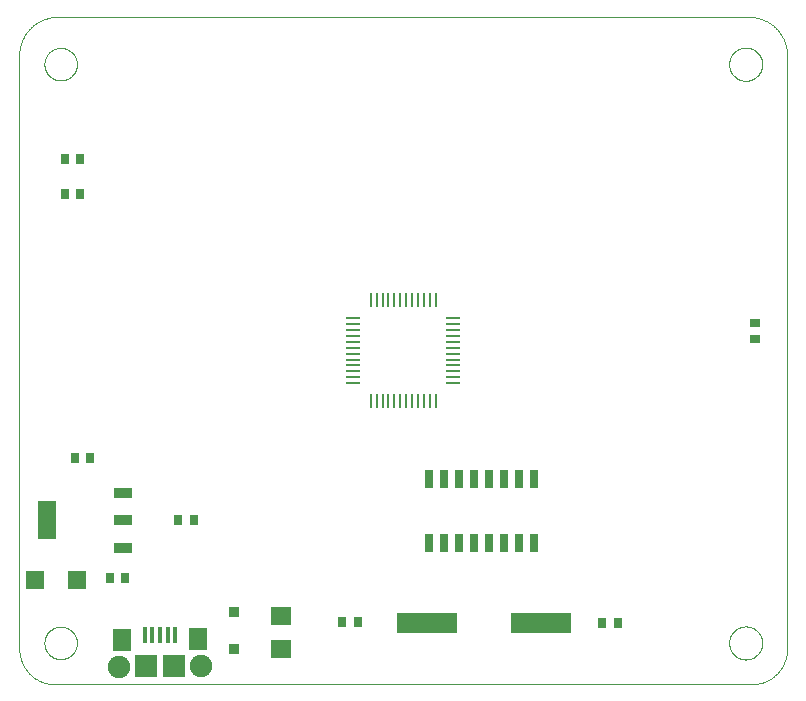
<source format=gtp>
G75*
%MOIN*%
%OFA0B0*%
%FSLAX25Y25*%
%IPPOS*%
%LPD*%
%AMOC8*
5,1,8,0,0,1.08239X$1,22.5*
%
%ADD10C,0.00000*%
%ADD11R,0.04500X0.01000*%
%ADD12R,0.01000X0.04500*%
%ADD13R,0.06400X0.03500*%
%ADD14R,0.06400X0.12500*%
%ADD15R,0.02756X0.03543*%
%ADD16R,0.01378X0.05512*%
%ADD17R,0.06087X0.07480*%
%ADD18R,0.07480X0.07480*%
%ADD19C,0.07480*%
%ADD20R,0.03543X0.02756*%
%ADD21R,0.07098X0.06299*%
%ADD22R,0.03740X0.03543*%
%ADD23R,0.02500X0.06000*%
%ADD24R,0.20000X0.07000*%
%ADD25R,0.05906X0.05906*%
D10*
X0017548Y0028572D02*
X0249831Y0028572D01*
X0250116Y0028575D01*
X0250402Y0028586D01*
X0250687Y0028603D01*
X0250971Y0028627D01*
X0251255Y0028658D01*
X0251538Y0028696D01*
X0251819Y0028741D01*
X0252100Y0028792D01*
X0252380Y0028850D01*
X0252658Y0028915D01*
X0252934Y0028987D01*
X0253208Y0029065D01*
X0253481Y0029150D01*
X0253751Y0029242D01*
X0254019Y0029340D01*
X0254285Y0029444D01*
X0254548Y0029555D01*
X0254808Y0029672D01*
X0255066Y0029795D01*
X0255320Y0029925D01*
X0255571Y0030061D01*
X0255819Y0030202D01*
X0256063Y0030350D01*
X0256304Y0030503D01*
X0256540Y0030663D01*
X0256773Y0030828D01*
X0257002Y0030998D01*
X0257227Y0031174D01*
X0257447Y0031356D01*
X0257663Y0031542D01*
X0257874Y0031734D01*
X0258081Y0031931D01*
X0258283Y0032133D01*
X0258480Y0032340D01*
X0258672Y0032551D01*
X0258858Y0032767D01*
X0259040Y0032987D01*
X0259216Y0033212D01*
X0259386Y0033441D01*
X0259551Y0033674D01*
X0259711Y0033910D01*
X0259864Y0034151D01*
X0260012Y0034395D01*
X0260153Y0034643D01*
X0260289Y0034894D01*
X0260419Y0035148D01*
X0260542Y0035406D01*
X0260659Y0035666D01*
X0260770Y0035929D01*
X0260874Y0036195D01*
X0260972Y0036463D01*
X0261064Y0036733D01*
X0261149Y0037006D01*
X0261227Y0037280D01*
X0261299Y0037556D01*
X0261364Y0037834D01*
X0261422Y0038114D01*
X0261473Y0038395D01*
X0261518Y0038676D01*
X0261556Y0038959D01*
X0261587Y0039243D01*
X0261611Y0039527D01*
X0261628Y0039812D01*
X0261639Y0040098D01*
X0261642Y0040383D01*
X0261643Y0040383D02*
X0261643Y0237233D01*
X0261642Y0237233D02*
X0261662Y0237542D01*
X0261675Y0237852D01*
X0261680Y0238162D01*
X0261677Y0238472D01*
X0261668Y0238782D01*
X0261650Y0239092D01*
X0261625Y0239401D01*
X0261593Y0239709D01*
X0261553Y0240017D01*
X0261506Y0240323D01*
X0261451Y0240629D01*
X0261389Y0240933D01*
X0261320Y0241235D01*
X0261244Y0241535D01*
X0261160Y0241834D01*
X0261069Y0242130D01*
X0260971Y0242425D01*
X0260865Y0242716D01*
X0260753Y0243005D01*
X0260634Y0243292D01*
X0260508Y0243575D01*
X0260375Y0243855D01*
X0260235Y0244132D01*
X0260089Y0244406D01*
X0259936Y0244675D01*
X0259777Y0244942D01*
X0259611Y0245204D01*
X0259439Y0245462D01*
X0259261Y0245716D01*
X0259077Y0245965D01*
X0258887Y0246210D01*
X0258691Y0246450D01*
X0258489Y0246686D01*
X0258281Y0246916D01*
X0258069Y0247142D01*
X0257850Y0247362D01*
X0257627Y0247577D01*
X0257398Y0247786D01*
X0257164Y0247990D01*
X0256926Y0248188D01*
X0256682Y0248380D01*
X0256434Y0248567D01*
X0256182Y0248747D01*
X0255925Y0248921D01*
X0255665Y0249089D01*
X0255400Y0249251D01*
X0255131Y0249406D01*
X0254859Y0249554D01*
X0254584Y0249696D01*
X0254305Y0249832D01*
X0254022Y0249960D01*
X0253737Y0250082D01*
X0253449Y0250197D01*
X0253158Y0250304D01*
X0252865Y0250405D01*
X0252569Y0250498D01*
X0252271Y0250585D01*
X0251971Y0250664D01*
X0251670Y0250736D01*
X0251366Y0250800D01*
X0251062Y0250857D01*
X0250755Y0250907D01*
X0250448Y0250950D01*
X0250140Y0250985D01*
X0249831Y0251012D01*
X0249831Y0251013D02*
X0017548Y0251013D01*
X0017548Y0251012D02*
X0017239Y0250985D01*
X0016931Y0250950D01*
X0016624Y0250907D01*
X0016317Y0250857D01*
X0016013Y0250800D01*
X0015709Y0250736D01*
X0015408Y0250664D01*
X0015108Y0250585D01*
X0014810Y0250498D01*
X0014514Y0250405D01*
X0014221Y0250304D01*
X0013930Y0250197D01*
X0013642Y0250082D01*
X0013357Y0249960D01*
X0013074Y0249832D01*
X0012795Y0249696D01*
X0012520Y0249554D01*
X0012248Y0249406D01*
X0011979Y0249251D01*
X0011714Y0249089D01*
X0011454Y0248921D01*
X0011197Y0248747D01*
X0010945Y0248567D01*
X0010697Y0248380D01*
X0010453Y0248188D01*
X0010215Y0247990D01*
X0009981Y0247786D01*
X0009752Y0247577D01*
X0009529Y0247362D01*
X0009310Y0247142D01*
X0009098Y0246916D01*
X0008890Y0246686D01*
X0008688Y0246450D01*
X0008492Y0246210D01*
X0008302Y0245965D01*
X0008118Y0245716D01*
X0007940Y0245462D01*
X0007768Y0245204D01*
X0007602Y0244942D01*
X0007443Y0244675D01*
X0007290Y0244406D01*
X0007144Y0244132D01*
X0007004Y0243855D01*
X0006871Y0243575D01*
X0006745Y0243292D01*
X0006626Y0243005D01*
X0006514Y0242716D01*
X0006408Y0242425D01*
X0006310Y0242130D01*
X0006219Y0241834D01*
X0006135Y0241535D01*
X0006059Y0241235D01*
X0005990Y0240933D01*
X0005928Y0240629D01*
X0005873Y0240323D01*
X0005826Y0240017D01*
X0005786Y0239709D01*
X0005754Y0239401D01*
X0005729Y0239092D01*
X0005711Y0238782D01*
X0005702Y0238472D01*
X0005699Y0238162D01*
X0005704Y0237852D01*
X0005717Y0237542D01*
X0005737Y0237233D01*
X0005737Y0040383D01*
X0005740Y0040098D01*
X0005751Y0039812D01*
X0005768Y0039527D01*
X0005792Y0039243D01*
X0005823Y0038959D01*
X0005861Y0038676D01*
X0005906Y0038395D01*
X0005957Y0038114D01*
X0006015Y0037834D01*
X0006080Y0037556D01*
X0006152Y0037280D01*
X0006230Y0037006D01*
X0006315Y0036733D01*
X0006407Y0036463D01*
X0006505Y0036195D01*
X0006609Y0035929D01*
X0006720Y0035666D01*
X0006837Y0035406D01*
X0006960Y0035148D01*
X0007090Y0034894D01*
X0007226Y0034643D01*
X0007367Y0034395D01*
X0007515Y0034151D01*
X0007668Y0033910D01*
X0007828Y0033674D01*
X0007993Y0033441D01*
X0008163Y0033212D01*
X0008339Y0032987D01*
X0008521Y0032767D01*
X0008707Y0032551D01*
X0008899Y0032340D01*
X0009096Y0032133D01*
X0009298Y0031931D01*
X0009505Y0031734D01*
X0009716Y0031542D01*
X0009932Y0031356D01*
X0010152Y0031174D01*
X0010377Y0030998D01*
X0010606Y0030828D01*
X0010839Y0030663D01*
X0011075Y0030503D01*
X0011316Y0030350D01*
X0011560Y0030202D01*
X0011808Y0030061D01*
X0012059Y0029925D01*
X0012313Y0029795D01*
X0012571Y0029672D01*
X0012831Y0029555D01*
X0013094Y0029444D01*
X0013360Y0029340D01*
X0013628Y0029242D01*
X0013898Y0029150D01*
X0014171Y0029065D01*
X0014445Y0028987D01*
X0014721Y0028915D01*
X0014999Y0028850D01*
X0015279Y0028792D01*
X0015560Y0028741D01*
X0015841Y0028696D01*
X0016124Y0028658D01*
X0016408Y0028627D01*
X0016692Y0028603D01*
X0016977Y0028586D01*
X0017263Y0028575D01*
X0017548Y0028572D01*
X0014104Y0042351D02*
X0014106Y0042498D01*
X0014112Y0042644D01*
X0014122Y0042790D01*
X0014136Y0042936D01*
X0014154Y0043082D01*
X0014175Y0043227D01*
X0014201Y0043371D01*
X0014231Y0043515D01*
X0014264Y0043657D01*
X0014301Y0043799D01*
X0014342Y0043940D01*
X0014387Y0044079D01*
X0014436Y0044218D01*
X0014488Y0044355D01*
X0014545Y0044490D01*
X0014604Y0044624D01*
X0014668Y0044756D01*
X0014735Y0044886D01*
X0014805Y0045015D01*
X0014879Y0045142D01*
X0014956Y0045266D01*
X0015037Y0045389D01*
X0015121Y0045509D01*
X0015208Y0045627D01*
X0015298Y0045742D01*
X0015391Y0045855D01*
X0015488Y0045966D01*
X0015587Y0046074D01*
X0015689Y0046179D01*
X0015794Y0046281D01*
X0015902Y0046380D01*
X0016013Y0046477D01*
X0016126Y0046570D01*
X0016241Y0046660D01*
X0016359Y0046747D01*
X0016479Y0046831D01*
X0016602Y0046912D01*
X0016726Y0046989D01*
X0016853Y0047063D01*
X0016982Y0047133D01*
X0017112Y0047200D01*
X0017244Y0047264D01*
X0017378Y0047323D01*
X0017513Y0047380D01*
X0017650Y0047432D01*
X0017789Y0047481D01*
X0017928Y0047526D01*
X0018069Y0047567D01*
X0018211Y0047604D01*
X0018353Y0047637D01*
X0018497Y0047667D01*
X0018641Y0047693D01*
X0018786Y0047714D01*
X0018932Y0047732D01*
X0019078Y0047746D01*
X0019224Y0047756D01*
X0019370Y0047762D01*
X0019517Y0047764D01*
X0019664Y0047762D01*
X0019810Y0047756D01*
X0019956Y0047746D01*
X0020102Y0047732D01*
X0020248Y0047714D01*
X0020393Y0047693D01*
X0020537Y0047667D01*
X0020681Y0047637D01*
X0020823Y0047604D01*
X0020965Y0047567D01*
X0021106Y0047526D01*
X0021245Y0047481D01*
X0021384Y0047432D01*
X0021521Y0047380D01*
X0021656Y0047323D01*
X0021790Y0047264D01*
X0021922Y0047200D01*
X0022052Y0047133D01*
X0022181Y0047063D01*
X0022308Y0046989D01*
X0022432Y0046912D01*
X0022555Y0046831D01*
X0022675Y0046747D01*
X0022793Y0046660D01*
X0022908Y0046570D01*
X0023021Y0046477D01*
X0023132Y0046380D01*
X0023240Y0046281D01*
X0023345Y0046179D01*
X0023447Y0046074D01*
X0023546Y0045966D01*
X0023643Y0045855D01*
X0023736Y0045742D01*
X0023826Y0045627D01*
X0023913Y0045509D01*
X0023997Y0045389D01*
X0024078Y0045266D01*
X0024155Y0045142D01*
X0024229Y0045015D01*
X0024299Y0044886D01*
X0024366Y0044756D01*
X0024430Y0044624D01*
X0024489Y0044490D01*
X0024546Y0044355D01*
X0024598Y0044218D01*
X0024647Y0044079D01*
X0024692Y0043940D01*
X0024733Y0043799D01*
X0024770Y0043657D01*
X0024803Y0043515D01*
X0024833Y0043371D01*
X0024859Y0043227D01*
X0024880Y0043082D01*
X0024898Y0042936D01*
X0024912Y0042790D01*
X0024922Y0042644D01*
X0024928Y0042498D01*
X0024930Y0042351D01*
X0024928Y0042204D01*
X0024922Y0042058D01*
X0024912Y0041912D01*
X0024898Y0041766D01*
X0024880Y0041620D01*
X0024859Y0041475D01*
X0024833Y0041331D01*
X0024803Y0041187D01*
X0024770Y0041045D01*
X0024733Y0040903D01*
X0024692Y0040762D01*
X0024647Y0040623D01*
X0024598Y0040484D01*
X0024546Y0040347D01*
X0024489Y0040212D01*
X0024430Y0040078D01*
X0024366Y0039946D01*
X0024299Y0039816D01*
X0024229Y0039687D01*
X0024155Y0039560D01*
X0024078Y0039436D01*
X0023997Y0039313D01*
X0023913Y0039193D01*
X0023826Y0039075D01*
X0023736Y0038960D01*
X0023643Y0038847D01*
X0023546Y0038736D01*
X0023447Y0038628D01*
X0023345Y0038523D01*
X0023240Y0038421D01*
X0023132Y0038322D01*
X0023021Y0038225D01*
X0022908Y0038132D01*
X0022793Y0038042D01*
X0022675Y0037955D01*
X0022555Y0037871D01*
X0022432Y0037790D01*
X0022308Y0037713D01*
X0022181Y0037639D01*
X0022052Y0037569D01*
X0021922Y0037502D01*
X0021790Y0037438D01*
X0021656Y0037379D01*
X0021521Y0037322D01*
X0021384Y0037270D01*
X0021245Y0037221D01*
X0021106Y0037176D01*
X0020965Y0037135D01*
X0020823Y0037098D01*
X0020681Y0037065D01*
X0020537Y0037035D01*
X0020393Y0037009D01*
X0020248Y0036988D01*
X0020102Y0036970D01*
X0019956Y0036956D01*
X0019810Y0036946D01*
X0019664Y0036940D01*
X0019517Y0036938D01*
X0019370Y0036940D01*
X0019224Y0036946D01*
X0019078Y0036956D01*
X0018932Y0036970D01*
X0018786Y0036988D01*
X0018641Y0037009D01*
X0018497Y0037035D01*
X0018353Y0037065D01*
X0018211Y0037098D01*
X0018069Y0037135D01*
X0017928Y0037176D01*
X0017789Y0037221D01*
X0017650Y0037270D01*
X0017513Y0037322D01*
X0017378Y0037379D01*
X0017244Y0037438D01*
X0017112Y0037502D01*
X0016982Y0037569D01*
X0016853Y0037639D01*
X0016726Y0037713D01*
X0016602Y0037790D01*
X0016479Y0037871D01*
X0016359Y0037955D01*
X0016241Y0038042D01*
X0016126Y0038132D01*
X0016013Y0038225D01*
X0015902Y0038322D01*
X0015794Y0038421D01*
X0015689Y0038523D01*
X0015587Y0038628D01*
X0015488Y0038736D01*
X0015391Y0038847D01*
X0015298Y0038960D01*
X0015208Y0039075D01*
X0015121Y0039193D01*
X0015037Y0039313D01*
X0014956Y0039436D01*
X0014879Y0039560D01*
X0014805Y0039687D01*
X0014735Y0039816D01*
X0014668Y0039946D01*
X0014604Y0040078D01*
X0014545Y0040212D01*
X0014488Y0040347D01*
X0014436Y0040484D01*
X0014387Y0040623D01*
X0014342Y0040762D01*
X0014301Y0040903D01*
X0014264Y0041045D01*
X0014231Y0041187D01*
X0014201Y0041331D01*
X0014175Y0041475D01*
X0014154Y0041620D01*
X0014136Y0041766D01*
X0014122Y0041912D01*
X0014112Y0042058D01*
X0014106Y0042204D01*
X0014104Y0042351D01*
X0014104Y0235265D02*
X0014106Y0235412D01*
X0014112Y0235558D01*
X0014122Y0235704D01*
X0014136Y0235850D01*
X0014154Y0235996D01*
X0014175Y0236141D01*
X0014201Y0236285D01*
X0014231Y0236429D01*
X0014264Y0236571D01*
X0014301Y0236713D01*
X0014342Y0236854D01*
X0014387Y0236993D01*
X0014436Y0237132D01*
X0014488Y0237269D01*
X0014545Y0237404D01*
X0014604Y0237538D01*
X0014668Y0237670D01*
X0014735Y0237800D01*
X0014805Y0237929D01*
X0014879Y0238056D01*
X0014956Y0238180D01*
X0015037Y0238303D01*
X0015121Y0238423D01*
X0015208Y0238541D01*
X0015298Y0238656D01*
X0015391Y0238769D01*
X0015488Y0238880D01*
X0015587Y0238988D01*
X0015689Y0239093D01*
X0015794Y0239195D01*
X0015902Y0239294D01*
X0016013Y0239391D01*
X0016126Y0239484D01*
X0016241Y0239574D01*
X0016359Y0239661D01*
X0016479Y0239745D01*
X0016602Y0239826D01*
X0016726Y0239903D01*
X0016853Y0239977D01*
X0016982Y0240047D01*
X0017112Y0240114D01*
X0017244Y0240178D01*
X0017378Y0240237D01*
X0017513Y0240294D01*
X0017650Y0240346D01*
X0017789Y0240395D01*
X0017928Y0240440D01*
X0018069Y0240481D01*
X0018211Y0240518D01*
X0018353Y0240551D01*
X0018497Y0240581D01*
X0018641Y0240607D01*
X0018786Y0240628D01*
X0018932Y0240646D01*
X0019078Y0240660D01*
X0019224Y0240670D01*
X0019370Y0240676D01*
X0019517Y0240678D01*
X0019664Y0240676D01*
X0019810Y0240670D01*
X0019956Y0240660D01*
X0020102Y0240646D01*
X0020248Y0240628D01*
X0020393Y0240607D01*
X0020537Y0240581D01*
X0020681Y0240551D01*
X0020823Y0240518D01*
X0020965Y0240481D01*
X0021106Y0240440D01*
X0021245Y0240395D01*
X0021384Y0240346D01*
X0021521Y0240294D01*
X0021656Y0240237D01*
X0021790Y0240178D01*
X0021922Y0240114D01*
X0022052Y0240047D01*
X0022181Y0239977D01*
X0022308Y0239903D01*
X0022432Y0239826D01*
X0022555Y0239745D01*
X0022675Y0239661D01*
X0022793Y0239574D01*
X0022908Y0239484D01*
X0023021Y0239391D01*
X0023132Y0239294D01*
X0023240Y0239195D01*
X0023345Y0239093D01*
X0023447Y0238988D01*
X0023546Y0238880D01*
X0023643Y0238769D01*
X0023736Y0238656D01*
X0023826Y0238541D01*
X0023913Y0238423D01*
X0023997Y0238303D01*
X0024078Y0238180D01*
X0024155Y0238056D01*
X0024229Y0237929D01*
X0024299Y0237800D01*
X0024366Y0237670D01*
X0024430Y0237538D01*
X0024489Y0237404D01*
X0024546Y0237269D01*
X0024598Y0237132D01*
X0024647Y0236993D01*
X0024692Y0236854D01*
X0024733Y0236713D01*
X0024770Y0236571D01*
X0024803Y0236429D01*
X0024833Y0236285D01*
X0024859Y0236141D01*
X0024880Y0235996D01*
X0024898Y0235850D01*
X0024912Y0235704D01*
X0024922Y0235558D01*
X0024928Y0235412D01*
X0024930Y0235265D01*
X0024928Y0235118D01*
X0024922Y0234972D01*
X0024912Y0234826D01*
X0024898Y0234680D01*
X0024880Y0234534D01*
X0024859Y0234389D01*
X0024833Y0234245D01*
X0024803Y0234101D01*
X0024770Y0233959D01*
X0024733Y0233817D01*
X0024692Y0233676D01*
X0024647Y0233537D01*
X0024598Y0233398D01*
X0024546Y0233261D01*
X0024489Y0233126D01*
X0024430Y0232992D01*
X0024366Y0232860D01*
X0024299Y0232730D01*
X0024229Y0232601D01*
X0024155Y0232474D01*
X0024078Y0232350D01*
X0023997Y0232227D01*
X0023913Y0232107D01*
X0023826Y0231989D01*
X0023736Y0231874D01*
X0023643Y0231761D01*
X0023546Y0231650D01*
X0023447Y0231542D01*
X0023345Y0231437D01*
X0023240Y0231335D01*
X0023132Y0231236D01*
X0023021Y0231139D01*
X0022908Y0231046D01*
X0022793Y0230956D01*
X0022675Y0230869D01*
X0022555Y0230785D01*
X0022432Y0230704D01*
X0022308Y0230627D01*
X0022181Y0230553D01*
X0022052Y0230483D01*
X0021922Y0230416D01*
X0021790Y0230352D01*
X0021656Y0230293D01*
X0021521Y0230236D01*
X0021384Y0230184D01*
X0021245Y0230135D01*
X0021106Y0230090D01*
X0020965Y0230049D01*
X0020823Y0230012D01*
X0020681Y0229979D01*
X0020537Y0229949D01*
X0020393Y0229923D01*
X0020248Y0229902D01*
X0020102Y0229884D01*
X0019956Y0229870D01*
X0019810Y0229860D01*
X0019664Y0229854D01*
X0019517Y0229852D01*
X0019370Y0229854D01*
X0019224Y0229860D01*
X0019078Y0229870D01*
X0018932Y0229884D01*
X0018786Y0229902D01*
X0018641Y0229923D01*
X0018497Y0229949D01*
X0018353Y0229979D01*
X0018211Y0230012D01*
X0018069Y0230049D01*
X0017928Y0230090D01*
X0017789Y0230135D01*
X0017650Y0230184D01*
X0017513Y0230236D01*
X0017378Y0230293D01*
X0017244Y0230352D01*
X0017112Y0230416D01*
X0016982Y0230483D01*
X0016853Y0230553D01*
X0016726Y0230627D01*
X0016602Y0230704D01*
X0016479Y0230785D01*
X0016359Y0230869D01*
X0016241Y0230956D01*
X0016126Y0231046D01*
X0016013Y0231139D01*
X0015902Y0231236D01*
X0015794Y0231335D01*
X0015689Y0231437D01*
X0015587Y0231542D01*
X0015488Y0231650D01*
X0015391Y0231761D01*
X0015298Y0231874D01*
X0015208Y0231989D01*
X0015121Y0232107D01*
X0015037Y0232227D01*
X0014956Y0232350D01*
X0014879Y0232474D01*
X0014805Y0232601D01*
X0014735Y0232730D01*
X0014668Y0232860D01*
X0014604Y0232992D01*
X0014545Y0233126D01*
X0014488Y0233261D01*
X0014436Y0233398D01*
X0014387Y0233537D01*
X0014342Y0233676D01*
X0014301Y0233817D01*
X0014264Y0233959D01*
X0014231Y0234101D01*
X0014201Y0234245D01*
X0014175Y0234389D01*
X0014154Y0234534D01*
X0014136Y0234680D01*
X0014122Y0234826D01*
X0014112Y0234972D01*
X0014106Y0235118D01*
X0014104Y0235265D01*
X0242351Y0235265D02*
X0242353Y0235413D01*
X0242359Y0235561D01*
X0242369Y0235709D01*
X0242383Y0235856D01*
X0242401Y0236003D01*
X0242422Y0236149D01*
X0242448Y0236295D01*
X0242478Y0236440D01*
X0242511Y0236584D01*
X0242549Y0236727D01*
X0242590Y0236869D01*
X0242635Y0237010D01*
X0242683Y0237150D01*
X0242736Y0237289D01*
X0242792Y0237426D01*
X0242852Y0237561D01*
X0242915Y0237695D01*
X0242982Y0237827D01*
X0243053Y0237957D01*
X0243127Y0238085D01*
X0243204Y0238211D01*
X0243285Y0238335D01*
X0243369Y0238457D01*
X0243456Y0238576D01*
X0243547Y0238693D01*
X0243641Y0238808D01*
X0243737Y0238920D01*
X0243837Y0239030D01*
X0243939Y0239136D01*
X0244045Y0239240D01*
X0244153Y0239341D01*
X0244264Y0239439D01*
X0244377Y0239535D01*
X0244493Y0239627D01*
X0244611Y0239716D01*
X0244732Y0239801D01*
X0244855Y0239884D01*
X0244980Y0239963D01*
X0245107Y0240039D01*
X0245236Y0240111D01*
X0245367Y0240180D01*
X0245500Y0240245D01*
X0245635Y0240306D01*
X0245771Y0240364D01*
X0245908Y0240419D01*
X0246047Y0240469D01*
X0246188Y0240516D01*
X0246329Y0240559D01*
X0246472Y0240599D01*
X0246616Y0240634D01*
X0246760Y0240666D01*
X0246906Y0240693D01*
X0247052Y0240717D01*
X0247199Y0240737D01*
X0247346Y0240753D01*
X0247493Y0240765D01*
X0247641Y0240773D01*
X0247789Y0240777D01*
X0247937Y0240777D01*
X0248085Y0240773D01*
X0248233Y0240765D01*
X0248380Y0240753D01*
X0248527Y0240737D01*
X0248674Y0240717D01*
X0248820Y0240693D01*
X0248966Y0240666D01*
X0249110Y0240634D01*
X0249254Y0240599D01*
X0249397Y0240559D01*
X0249538Y0240516D01*
X0249679Y0240469D01*
X0249818Y0240419D01*
X0249955Y0240364D01*
X0250091Y0240306D01*
X0250226Y0240245D01*
X0250359Y0240180D01*
X0250490Y0240111D01*
X0250619Y0240039D01*
X0250746Y0239963D01*
X0250871Y0239884D01*
X0250994Y0239801D01*
X0251115Y0239716D01*
X0251233Y0239627D01*
X0251349Y0239535D01*
X0251462Y0239439D01*
X0251573Y0239341D01*
X0251681Y0239240D01*
X0251787Y0239136D01*
X0251889Y0239030D01*
X0251989Y0238920D01*
X0252085Y0238808D01*
X0252179Y0238693D01*
X0252270Y0238576D01*
X0252357Y0238457D01*
X0252441Y0238335D01*
X0252522Y0238211D01*
X0252599Y0238085D01*
X0252673Y0237957D01*
X0252744Y0237827D01*
X0252811Y0237695D01*
X0252874Y0237561D01*
X0252934Y0237426D01*
X0252990Y0237289D01*
X0253043Y0237150D01*
X0253091Y0237010D01*
X0253136Y0236869D01*
X0253177Y0236727D01*
X0253215Y0236584D01*
X0253248Y0236440D01*
X0253278Y0236295D01*
X0253304Y0236149D01*
X0253325Y0236003D01*
X0253343Y0235856D01*
X0253357Y0235709D01*
X0253367Y0235561D01*
X0253373Y0235413D01*
X0253375Y0235265D01*
X0253373Y0235117D01*
X0253367Y0234969D01*
X0253357Y0234821D01*
X0253343Y0234674D01*
X0253325Y0234527D01*
X0253304Y0234381D01*
X0253278Y0234235D01*
X0253248Y0234090D01*
X0253215Y0233946D01*
X0253177Y0233803D01*
X0253136Y0233661D01*
X0253091Y0233520D01*
X0253043Y0233380D01*
X0252990Y0233241D01*
X0252934Y0233104D01*
X0252874Y0232969D01*
X0252811Y0232835D01*
X0252744Y0232703D01*
X0252673Y0232573D01*
X0252599Y0232445D01*
X0252522Y0232319D01*
X0252441Y0232195D01*
X0252357Y0232073D01*
X0252270Y0231954D01*
X0252179Y0231837D01*
X0252085Y0231722D01*
X0251989Y0231610D01*
X0251889Y0231500D01*
X0251787Y0231394D01*
X0251681Y0231290D01*
X0251573Y0231189D01*
X0251462Y0231091D01*
X0251349Y0230995D01*
X0251233Y0230903D01*
X0251115Y0230814D01*
X0250994Y0230729D01*
X0250871Y0230646D01*
X0250746Y0230567D01*
X0250619Y0230491D01*
X0250490Y0230419D01*
X0250359Y0230350D01*
X0250226Y0230285D01*
X0250091Y0230224D01*
X0249955Y0230166D01*
X0249818Y0230111D01*
X0249679Y0230061D01*
X0249538Y0230014D01*
X0249397Y0229971D01*
X0249254Y0229931D01*
X0249110Y0229896D01*
X0248966Y0229864D01*
X0248820Y0229837D01*
X0248674Y0229813D01*
X0248527Y0229793D01*
X0248380Y0229777D01*
X0248233Y0229765D01*
X0248085Y0229757D01*
X0247937Y0229753D01*
X0247789Y0229753D01*
X0247641Y0229757D01*
X0247493Y0229765D01*
X0247346Y0229777D01*
X0247199Y0229793D01*
X0247052Y0229813D01*
X0246906Y0229837D01*
X0246760Y0229864D01*
X0246616Y0229896D01*
X0246472Y0229931D01*
X0246329Y0229971D01*
X0246188Y0230014D01*
X0246047Y0230061D01*
X0245908Y0230111D01*
X0245771Y0230166D01*
X0245635Y0230224D01*
X0245500Y0230285D01*
X0245367Y0230350D01*
X0245236Y0230419D01*
X0245107Y0230491D01*
X0244980Y0230567D01*
X0244855Y0230646D01*
X0244732Y0230729D01*
X0244611Y0230814D01*
X0244493Y0230903D01*
X0244377Y0230995D01*
X0244264Y0231091D01*
X0244153Y0231189D01*
X0244045Y0231290D01*
X0243939Y0231394D01*
X0243837Y0231500D01*
X0243737Y0231610D01*
X0243641Y0231722D01*
X0243547Y0231837D01*
X0243456Y0231954D01*
X0243369Y0232073D01*
X0243285Y0232195D01*
X0243204Y0232319D01*
X0243127Y0232445D01*
X0243053Y0232573D01*
X0242982Y0232703D01*
X0242915Y0232835D01*
X0242852Y0232969D01*
X0242792Y0233104D01*
X0242736Y0233241D01*
X0242683Y0233380D01*
X0242635Y0233520D01*
X0242590Y0233661D01*
X0242549Y0233803D01*
X0242511Y0233946D01*
X0242478Y0234090D01*
X0242448Y0234235D01*
X0242422Y0234381D01*
X0242401Y0234527D01*
X0242383Y0234674D01*
X0242369Y0234821D01*
X0242359Y0234969D01*
X0242353Y0235117D01*
X0242351Y0235265D01*
X0242351Y0042351D02*
X0242353Y0042499D01*
X0242359Y0042647D01*
X0242369Y0042795D01*
X0242383Y0042942D01*
X0242401Y0043089D01*
X0242422Y0043235D01*
X0242448Y0043381D01*
X0242478Y0043526D01*
X0242511Y0043670D01*
X0242549Y0043813D01*
X0242590Y0043955D01*
X0242635Y0044096D01*
X0242683Y0044236D01*
X0242736Y0044375D01*
X0242792Y0044512D01*
X0242852Y0044647D01*
X0242915Y0044781D01*
X0242982Y0044913D01*
X0243053Y0045043D01*
X0243127Y0045171D01*
X0243204Y0045297D01*
X0243285Y0045421D01*
X0243369Y0045543D01*
X0243456Y0045662D01*
X0243547Y0045779D01*
X0243641Y0045894D01*
X0243737Y0046006D01*
X0243837Y0046116D01*
X0243939Y0046222D01*
X0244045Y0046326D01*
X0244153Y0046427D01*
X0244264Y0046525D01*
X0244377Y0046621D01*
X0244493Y0046713D01*
X0244611Y0046802D01*
X0244732Y0046887D01*
X0244855Y0046970D01*
X0244980Y0047049D01*
X0245107Y0047125D01*
X0245236Y0047197D01*
X0245367Y0047266D01*
X0245500Y0047331D01*
X0245635Y0047392D01*
X0245771Y0047450D01*
X0245908Y0047505D01*
X0246047Y0047555D01*
X0246188Y0047602D01*
X0246329Y0047645D01*
X0246472Y0047685D01*
X0246616Y0047720D01*
X0246760Y0047752D01*
X0246906Y0047779D01*
X0247052Y0047803D01*
X0247199Y0047823D01*
X0247346Y0047839D01*
X0247493Y0047851D01*
X0247641Y0047859D01*
X0247789Y0047863D01*
X0247937Y0047863D01*
X0248085Y0047859D01*
X0248233Y0047851D01*
X0248380Y0047839D01*
X0248527Y0047823D01*
X0248674Y0047803D01*
X0248820Y0047779D01*
X0248966Y0047752D01*
X0249110Y0047720D01*
X0249254Y0047685D01*
X0249397Y0047645D01*
X0249538Y0047602D01*
X0249679Y0047555D01*
X0249818Y0047505D01*
X0249955Y0047450D01*
X0250091Y0047392D01*
X0250226Y0047331D01*
X0250359Y0047266D01*
X0250490Y0047197D01*
X0250619Y0047125D01*
X0250746Y0047049D01*
X0250871Y0046970D01*
X0250994Y0046887D01*
X0251115Y0046802D01*
X0251233Y0046713D01*
X0251349Y0046621D01*
X0251462Y0046525D01*
X0251573Y0046427D01*
X0251681Y0046326D01*
X0251787Y0046222D01*
X0251889Y0046116D01*
X0251989Y0046006D01*
X0252085Y0045894D01*
X0252179Y0045779D01*
X0252270Y0045662D01*
X0252357Y0045543D01*
X0252441Y0045421D01*
X0252522Y0045297D01*
X0252599Y0045171D01*
X0252673Y0045043D01*
X0252744Y0044913D01*
X0252811Y0044781D01*
X0252874Y0044647D01*
X0252934Y0044512D01*
X0252990Y0044375D01*
X0253043Y0044236D01*
X0253091Y0044096D01*
X0253136Y0043955D01*
X0253177Y0043813D01*
X0253215Y0043670D01*
X0253248Y0043526D01*
X0253278Y0043381D01*
X0253304Y0043235D01*
X0253325Y0043089D01*
X0253343Y0042942D01*
X0253357Y0042795D01*
X0253367Y0042647D01*
X0253373Y0042499D01*
X0253375Y0042351D01*
X0253373Y0042203D01*
X0253367Y0042055D01*
X0253357Y0041907D01*
X0253343Y0041760D01*
X0253325Y0041613D01*
X0253304Y0041467D01*
X0253278Y0041321D01*
X0253248Y0041176D01*
X0253215Y0041032D01*
X0253177Y0040889D01*
X0253136Y0040747D01*
X0253091Y0040606D01*
X0253043Y0040466D01*
X0252990Y0040327D01*
X0252934Y0040190D01*
X0252874Y0040055D01*
X0252811Y0039921D01*
X0252744Y0039789D01*
X0252673Y0039659D01*
X0252599Y0039531D01*
X0252522Y0039405D01*
X0252441Y0039281D01*
X0252357Y0039159D01*
X0252270Y0039040D01*
X0252179Y0038923D01*
X0252085Y0038808D01*
X0251989Y0038696D01*
X0251889Y0038586D01*
X0251787Y0038480D01*
X0251681Y0038376D01*
X0251573Y0038275D01*
X0251462Y0038177D01*
X0251349Y0038081D01*
X0251233Y0037989D01*
X0251115Y0037900D01*
X0250994Y0037815D01*
X0250871Y0037732D01*
X0250746Y0037653D01*
X0250619Y0037577D01*
X0250490Y0037505D01*
X0250359Y0037436D01*
X0250226Y0037371D01*
X0250091Y0037310D01*
X0249955Y0037252D01*
X0249818Y0037197D01*
X0249679Y0037147D01*
X0249538Y0037100D01*
X0249397Y0037057D01*
X0249254Y0037017D01*
X0249110Y0036982D01*
X0248966Y0036950D01*
X0248820Y0036923D01*
X0248674Y0036899D01*
X0248527Y0036879D01*
X0248380Y0036863D01*
X0248233Y0036851D01*
X0248085Y0036843D01*
X0247937Y0036839D01*
X0247789Y0036839D01*
X0247641Y0036843D01*
X0247493Y0036851D01*
X0247346Y0036863D01*
X0247199Y0036879D01*
X0247052Y0036899D01*
X0246906Y0036923D01*
X0246760Y0036950D01*
X0246616Y0036982D01*
X0246472Y0037017D01*
X0246329Y0037057D01*
X0246188Y0037100D01*
X0246047Y0037147D01*
X0245908Y0037197D01*
X0245771Y0037252D01*
X0245635Y0037310D01*
X0245500Y0037371D01*
X0245367Y0037436D01*
X0245236Y0037505D01*
X0245107Y0037577D01*
X0244980Y0037653D01*
X0244855Y0037732D01*
X0244732Y0037815D01*
X0244611Y0037900D01*
X0244493Y0037989D01*
X0244377Y0038081D01*
X0244264Y0038177D01*
X0244153Y0038275D01*
X0244045Y0038376D01*
X0243939Y0038480D01*
X0243837Y0038586D01*
X0243737Y0038696D01*
X0243641Y0038808D01*
X0243547Y0038923D01*
X0243456Y0039040D01*
X0243369Y0039159D01*
X0243285Y0039281D01*
X0243204Y0039405D01*
X0243127Y0039531D01*
X0243053Y0039659D01*
X0242982Y0039789D01*
X0242915Y0039921D01*
X0242852Y0040055D01*
X0242792Y0040190D01*
X0242736Y0040327D01*
X0242683Y0040466D01*
X0242635Y0040606D01*
X0242590Y0040747D01*
X0242549Y0040889D01*
X0242511Y0041032D01*
X0242478Y0041176D01*
X0242448Y0041321D01*
X0242422Y0041467D01*
X0242401Y0041613D01*
X0242383Y0041760D01*
X0242369Y0041907D01*
X0242359Y0042055D01*
X0242353Y0042203D01*
X0242351Y0042351D01*
D11*
X0150422Y0128965D03*
X0150422Y0130934D03*
X0150422Y0132902D03*
X0150422Y0134871D03*
X0150422Y0136839D03*
X0150422Y0138808D03*
X0150422Y0140776D03*
X0150422Y0142745D03*
X0150422Y0144713D03*
X0150422Y0146682D03*
X0150422Y0148650D03*
X0150422Y0150619D03*
X0116957Y0150619D03*
X0116957Y0148650D03*
X0116957Y0146682D03*
X0116957Y0144713D03*
X0116957Y0142745D03*
X0116957Y0140776D03*
X0116957Y0138808D03*
X0116957Y0136839D03*
X0116957Y0134871D03*
X0116957Y0132902D03*
X0116957Y0130934D03*
X0116957Y0128965D03*
D12*
X0122863Y0123060D03*
X0124831Y0123060D03*
X0126800Y0123060D03*
X0128769Y0123060D03*
X0130737Y0123060D03*
X0132706Y0123060D03*
X0134674Y0123060D03*
X0136643Y0123060D03*
X0138611Y0123060D03*
X0140580Y0123060D03*
X0142548Y0123060D03*
X0144517Y0123060D03*
X0144517Y0156524D03*
X0142548Y0156524D03*
X0140580Y0156524D03*
X0138611Y0156524D03*
X0136643Y0156524D03*
X0134674Y0156524D03*
X0132706Y0156524D03*
X0130737Y0156524D03*
X0128769Y0156524D03*
X0126800Y0156524D03*
X0124831Y0156524D03*
X0122863Y0156524D03*
D13*
X0040187Y0092372D03*
X0040187Y0083272D03*
X0040187Y0074172D03*
D14*
X0014987Y0083272D03*
D15*
X0035855Y0064005D03*
X0040973Y0064005D03*
X0058709Y0083202D03*
X0063828Y0083202D03*
X0029450Y0104083D03*
X0024331Y0104083D03*
X0113414Y0049217D03*
X0118532Y0049217D03*
X0200028Y0049001D03*
X0205146Y0049001D03*
X0026013Y0191957D03*
X0020894Y0191957D03*
X0020894Y0203769D03*
X0026013Y0203769D03*
D16*
X0047505Y0044942D03*
X0050064Y0044942D03*
X0052623Y0044942D03*
X0055182Y0044942D03*
X0057741Y0044942D03*
D17*
X0065323Y0043509D03*
X0039823Y0043309D03*
D18*
X0047923Y0034509D03*
X0057223Y0034509D03*
D19*
X0066323Y0034609D03*
X0038823Y0034309D03*
D20*
X0251036Y0143808D03*
X0251036Y0148926D03*
D21*
X0092910Y0051406D03*
X0092910Y0040209D03*
D22*
X0077209Y0040292D03*
X0077209Y0052694D03*
D23*
X0142328Y0075769D03*
X0147328Y0075769D03*
X0152328Y0075769D03*
X0157328Y0075769D03*
X0162328Y0075769D03*
X0167328Y0075769D03*
X0172328Y0075769D03*
X0177328Y0075769D03*
X0177328Y0096989D03*
X0172328Y0096989D03*
X0167328Y0096989D03*
X0162328Y0096989D03*
X0157328Y0096989D03*
X0152328Y0096989D03*
X0147328Y0096989D03*
X0142328Y0096989D03*
D24*
X0141788Y0049123D03*
X0179788Y0049123D03*
D25*
X0024831Y0063217D03*
X0011052Y0063217D03*
M02*

</source>
